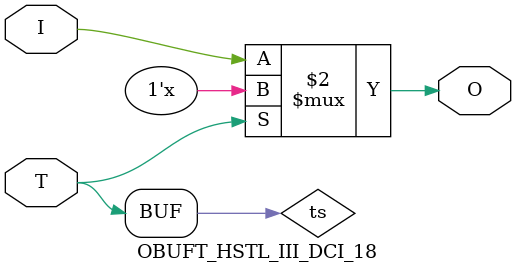
<source format=v>

/*

FUNCTION	: TRI-STATE OUTPUT BUFFER

*/

`celldefine
`timescale  100 ps / 10 ps

module OBUFT_HSTL_III_DCI_18 (O, I, T);

    output O;

    input  I, T;

    or O1 (ts, 1'b0, T);
    bufif0 T1 (O, I, ts);

endmodule

</source>
